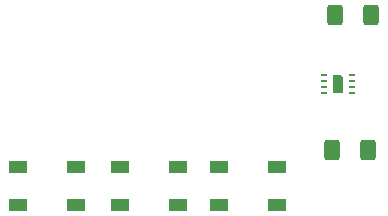
<source format=gbr>
%TF.GenerationSoftware,KiCad,Pcbnew,(6.0.4)*%
%TF.CreationDate,2022-06-03T19:19:18-06:00*%
%TF.ProjectId,Gas_Sensor_Module,4761735f-5365-46e7-936f-725f4d6f6475,rev?*%
%TF.SameCoordinates,Original*%
%TF.FileFunction,Paste,Bot*%
%TF.FilePolarity,Positive*%
%FSLAX46Y46*%
G04 Gerber Fmt 4.6, Leading zero omitted, Abs format (unit mm)*
G04 Created by KiCad (PCBNEW (6.0.4)) date 2022-06-03 19:19:18*
%MOMM*%
%LPD*%
G01*
G04 APERTURE LIST*
G04 Aperture macros list*
%AMRoundRect*
0 Rectangle with rounded corners*
0 $1 Rounding radius*
0 $2 $3 $4 $5 $6 $7 $8 $9 X,Y pos of 4 corners*
0 Add a 4 corners polygon primitive as box body*
4,1,4,$2,$3,$4,$5,$6,$7,$8,$9,$2,$3,0*
0 Add four circle primitives for the rounded corners*
1,1,$1+$1,$2,$3*
1,1,$1+$1,$4,$5*
1,1,$1+$1,$6,$7*
1,1,$1+$1,$8,$9*
0 Add four rect primitives between the rounded corners*
20,1,$1+$1,$2,$3,$4,$5,0*
20,1,$1+$1,$4,$5,$6,$7,0*
20,1,$1+$1,$6,$7,$8,$9,0*
20,1,$1+$1,$8,$9,$2,$3,0*%
%AMFreePoly0*
4,1,6,0.450000,-0.800000,-0.180000,-0.800000,-0.450000,-0.530000,-0.450000,0.800000,0.450000,0.800000,0.450000,-0.800000,0.450000,-0.800000,$1*%
G04 Aperture macros list end*
%ADD10R,1.500000X1.000000*%
%ADD11FreePoly0,180.000000*%
%ADD12R,0.550000X0.250000*%
%ADD13RoundRect,0.250000X-0.400000X-0.625000X0.400000X-0.625000X0.400000X0.625000X-0.400000X0.625000X0*%
G04 APERTURE END LIST*
D10*
%TO.C,D3*%
X212762000Y-71298000D03*
X212762000Y-74498000D03*
X207862000Y-74498000D03*
X207862000Y-71298000D03*
%TD*%
D11*
%TO.C,U1*%
X226314000Y-64262000D03*
D12*
X227489000Y-63512000D03*
X227489000Y-64012000D03*
X227489000Y-64512000D03*
X227489000Y-65012000D03*
X225139000Y-65012000D03*
X225139000Y-64512000D03*
X225139000Y-64012000D03*
X225139000Y-63512000D03*
%TD*%
D13*
%TO.C,R9*%
X225780000Y-69850000D03*
X228880000Y-69850000D03*
%TD*%
%TO.C,R8*%
X226034000Y-58420000D03*
X229134000Y-58420000D03*
%TD*%
D10*
%TO.C,D4*%
X204126000Y-71298000D03*
X204126000Y-74498000D03*
X199226000Y-74498000D03*
X199226000Y-71298000D03*
%TD*%
%TO.C,D2*%
X221144000Y-71298000D03*
X221144000Y-74498000D03*
X216244000Y-74498000D03*
X216244000Y-71298000D03*
%TD*%
M02*

</source>
